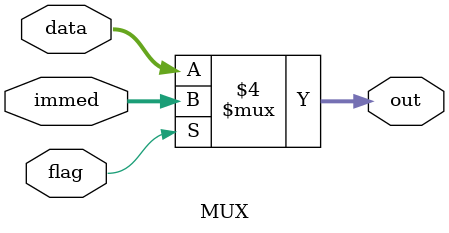
<source format=v>
`timescale 1ns / 1ps


module MUX(
    input [63:0] data,
    input [63:0] immed,
    input flag,
    output reg [63:0] out
);

    always@(data, immed, flag)begin
        if (flag==0)
            out <= data;
        else
            out <=immed;
    end
endmodule
</source>
